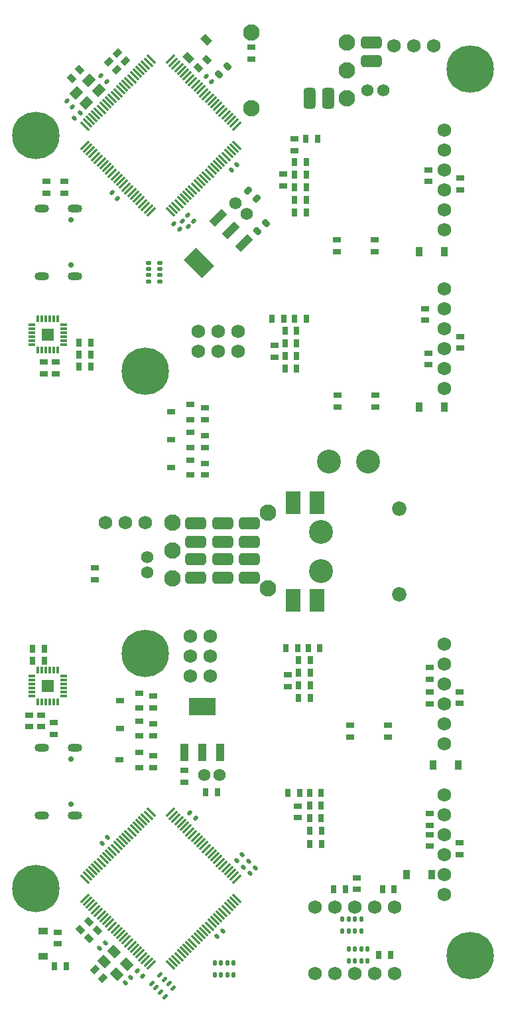
<source format=gbs>
G04*
G04 #@! TF.GenerationSoftware,Altium Limited,Altium Designer,21.8.1 (53)*
G04*
G04 Layer_Color=16711935*
%FSLAX44Y44*%
%MOMM*%
G71*
G04*
G04 #@! TF.SameCoordinates,C657CB42-8F9E-4DD2-80ED-FFB10F84DBA6*
G04*
G04*
G04 #@! TF.FilePolarity,Negative*
G04*
G01*
G75*
G04:AMPARAMS|DCode=39|XSize=0.45mm|YSize=0.75mm|CornerRadius=0.125mm|HoleSize=0mm|Usage=FLASHONLY|Rotation=90.000|XOffset=0mm|YOffset=0mm|HoleType=Round|Shape=RoundedRectangle|*
%AMROUNDEDRECTD39*
21,1,0.4500,0.5000,0,0,90.0*
21,1,0.2000,0.7500,0,0,90.0*
1,1,0.2500,0.2500,0.1000*
1,1,0.2500,0.2500,-0.1000*
1,1,0.2500,-0.2500,-0.1000*
1,1,0.2500,-0.2500,0.1000*
%
%ADD39ROUNDEDRECTD39*%
%ADD40R,0.7500X1.0500*%
G04:AMPARAMS|DCode=41|XSize=1.55mm|YSize=2.65mm|CornerRadius=0.4mm|HoleSize=0mm|Usage=FLASHONLY|Rotation=0.000|XOffset=0mm|YOffset=0mm|HoleType=Round|Shape=RoundedRectangle|*
%AMROUNDEDRECTD41*
21,1,1.5500,1.8500,0,0,0.0*
21,1,0.7500,2.6500,0,0,0.0*
1,1,0.8000,0.3750,-0.9250*
1,1,0.8000,-0.3750,-0.9250*
1,1,0.8000,-0.3750,0.9250*
1,1,0.8000,0.3750,0.9250*
%
%ADD41ROUNDEDRECTD41*%
G04:AMPARAMS|DCode=42|XSize=0.75mm|YSize=1.05mm|CornerRadius=0.2mm|HoleSize=0mm|Usage=FLASHONLY|Rotation=0.000|XOffset=0mm|YOffset=0mm|HoleType=Round|Shape=RoundedRectangle|*
%AMROUNDEDRECTD42*
21,1,0.7500,0.6500,0,0,0.0*
21,1,0.3500,1.0500,0,0,0.0*
1,1,0.4000,0.1750,-0.3250*
1,1,0.4000,-0.1750,-0.3250*
1,1,0.4000,-0.1750,0.3250*
1,1,0.4000,0.1750,0.3250*
%
%ADD42ROUNDEDRECTD42*%
G04:AMPARAMS|DCode=43|XSize=0.75mm|YSize=1.05mm|CornerRadius=0.2mm|HoleSize=0mm|Usage=FLASHONLY|Rotation=270.000|XOffset=0mm|YOffset=0mm|HoleType=Round|Shape=RoundedRectangle|*
%AMROUNDEDRECTD43*
21,1,0.7500,0.6500,0,0,270.0*
21,1,0.3500,1.0500,0,0,270.0*
1,1,0.4000,-0.3250,-0.1750*
1,1,0.4000,-0.3250,0.1750*
1,1,0.4000,0.3250,0.1750*
1,1,0.4000,0.3250,-0.1750*
%
%ADD43ROUNDEDRECTD43*%
%ADD48R,0.9500X1.2500*%
%ADD49R,1.2500X0.9500*%
%ADD50R,1.0500X0.7500*%
G04:AMPARAMS|DCode=52|XSize=0.45mm|YSize=0.75mm|CornerRadius=0.125mm|HoleSize=0mm|Usage=FLASHONLY|Rotation=180.000|XOffset=0mm|YOffset=0mm|HoleType=Round|Shape=RoundedRectangle|*
%AMROUNDEDRECTD52*
21,1,0.4500,0.5000,0,0,180.0*
21,1,0.2000,0.7500,0,0,180.0*
1,1,0.2500,-0.1000,0.2500*
1,1,0.2500,0.1000,0.2500*
1,1,0.2500,0.1000,-0.2500*
1,1,0.2500,-0.1000,-0.2500*
%
%ADD52ROUNDEDRECTD52*%
%ADD53C,1.7500*%
%ADD54C,1.8500*%
%ADD55C,3.0500*%
%ADD56O,1.8500X1.0500*%
%ADD57C,0.7000*%
%ADD58C,1.5740*%
%ADD59C,2.1000*%
%ADD60C,6.0500*%
G04:AMPARAMS|DCode=97|XSize=0.55mm|YSize=0.65mm|CornerRadius=0.15mm|HoleSize=0mm|Usage=FLASHONLY|Rotation=135.000|XOffset=0mm|YOffset=0mm|HoleType=Round|Shape=RoundedRectangle|*
%AMROUNDEDRECTD97*
21,1,0.5500,0.3500,0,0,135.0*
21,1,0.2500,0.6500,0,0,135.0*
1,1,0.3000,0.0354,0.2121*
1,1,0.3000,0.2121,0.0354*
1,1,0.3000,-0.0354,-0.2121*
1,1,0.3000,-0.2121,-0.0354*
%
%ADD97ROUNDEDRECTD97*%
G04:AMPARAMS|DCode=98|XSize=3.35mm|YSize=2.2mm|CornerRadius=0mm|HoleSize=0mm|Usage=FLASHONLY|Rotation=135.000|XOffset=0mm|YOffset=0mm|HoleType=Round|Shape=Rectangle|*
%AMROTATEDRECTD98*
4,1,4,1.9622,-0.4066,0.4066,-1.9622,-1.9622,0.4066,-0.4066,1.9622,1.9622,-0.4066,0.0*
%
%ADD98ROTATEDRECTD98*%

G04:AMPARAMS|DCode=99|XSize=1.05mm|YSize=2.2mm|CornerRadius=0mm|HoleSize=0mm|Usage=FLASHONLY|Rotation=135.000|XOffset=0mm|YOffset=0mm|HoleType=Round|Shape=Rectangle|*
%AMROTATEDRECTD99*
4,1,4,1.1490,0.4066,-0.4066,-1.1490,-1.1490,-0.4066,0.4066,1.1490,1.1490,0.4066,0.0*
%
%ADD99ROTATEDRECTD99*%

%ADD100R,1.8500X2.8500*%
G04:AMPARAMS|DCode=101|XSize=0.35mm|YSize=1.55mm|CornerRadius=0mm|HoleSize=0mm|Usage=FLASHONLY|Rotation=315.000|XOffset=0mm|YOffset=0mm|HoleType=Round|Shape=Round|*
%AMOVALD101*
21,1,1.2000,0.3500,0.0000,0.0000,45.0*
1,1,0.3500,-0.4243,-0.4243*
1,1,0.3500,0.4243,0.4243*
%
%ADD101OVALD101*%

G04:AMPARAMS|DCode=102|XSize=0.35mm|YSize=1.55mm|CornerRadius=0mm|HoleSize=0mm|Usage=FLASHONLY|Rotation=45.000|XOffset=0mm|YOffset=0mm|HoleType=Round|Shape=Round|*
%AMOVALD102*
21,1,1.2000,0.3500,0.0000,0.0000,135.0*
1,1,0.3500,0.4243,-0.4243*
1,1,0.3500,-0.4243,0.4243*
%
%ADD102OVALD102*%

G04:AMPARAMS|DCode=103|XSize=1.55mm|YSize=2.65mm|CornerRadius=0.4mm|HoleSize=0mm|Usage=FLASHONLY|Rotation=270.000|XOffset=0mm|YOffset=0mm|HoleType=Round|Shape=RoundedRectangle|*
%AMROUNDEDRECTD103*
21,1,1.5500,1.8500,0,0,270.0*
21,1,0.7500,2.6500,0,0,270.0*
1,1,0.8000,-0.9250,-0.3750*
1,1,0.8000,-0.9250,0.3750*
1,1,0.8000,0.9250,0.3750*
1,1,0.8000,0.9250,-0.3750*
%
%ADD103ROUNDEDRECTD103*%
G04:AMPARAMS|DCode=104|XSize=0.75mm|YSize=1.05mm|CornerRadius=0.2mm|HoleSize=0mm|Usage=FLASHONLY|Rotation=315.000|XOffset=0mm|YOffset=0mm|HoleType=Round|Shape=RoundedRectangle|*
%AMROUNDEDRECTD104*
21,1,0.7500,0.6500,0,0,315.0*
21,1,0.3500,1.0500,0,0,315.0*
1,1,0.4000,-0.1061,-0.3536*
1,1,0.4000,-0.3536,-0.1061*
1,1,0.4000,0.1061,0.3536*
1,1,0.4000,0.3536,0.1061*
%
%ADD104ROUNDEDRECTD104*%
G04:AMPARAMS|DCode=105|XSize=0.75mm|YSize=1.05mm|CornerRadius=0.2mm|HoleSize=0mm|Usage=FLASHONLY|Rotation=225.000|XOffset=0mm|YOffset=0mm|HoleType=Round|Shape=RoundedRectangle|*
%AMROUNDEDRECTD105*
21,1,0.7500,0.6500,0,0,225.0*
21,1,0.3500,1.0500,0,0,225.0*
1,1,0.4000,-0.3536,0.1061*
1,1,0.4000,-0.1061,0.3536*
1,1,0.4000,0.3536,-0.1061*
1,1,0.4000,0.1061,-0.3536*
%
%ADD105ROUNDEDRECTD105*%
G04:AMPARAMS|DCode=106|XSize=0.55mm|YSize=0.65mm|CornerRadius=0.15mm|HoleSize=0mm|Usage=FLASHONLY|Rotation=45.000|XOffset=0mm|YOffset=0mm|HoleType=Round|Shape=RoundedRectangle|*
%AMROUNDEDRECTD106*
21,1,0.5500,0.3500,0,0,45.0*
21,1,0.2500,0.6500,0,0,45.0*
1,1,0.3000,0.2121,-0.0354*
1,1,0.3000,0.0354,-0.2121*
1,1,0.3000,-0.2121,0.0354*
1,1,0.3000,-0.0354,0.2121*
%
%ADD106ROUNDEDRECTD106*%
G04:AMPARAMS|DCode=107|XSize=1.35mm|YSize=1.15mm|CornerRadius=0mm|HoleSize=0mm|Usage=FLASHONLY|Rotation=225.000|XOffset=0mm|YOffset=0mm|HoleType=Round|Shape=Rectangle|*
%AMROTATEDRECTD107*
4,1,4,0.0707,0.8839,0.8839,0.0707,-0.0707,-0.8839,-0.8839,-0.0707,0.0707,0.8839,0.0*
%
%ADD107ROTATEDRECTD107*%

G04:AMPARAMS|DCode=108|XSize=1.35mm|YSize=1.15mm|CornerRadius=0mm|HoleSize=0mm|Usage=FLASHONLY|Rotation=135.000|XOffset=0mm|YOffset=0mm|HoleType=Round|Shape=Rectangle|*
%AMROTATEDRECTD108*
4,1,4,0.8839,-0.0707,0.0707,-0.8839,-0.8839,0.0707,-0.0707,0.8839,0.8839,-0.0707,0.0*
%
%ADD108ROTATEDRECTD108*%

%ADD109R,1.0000X0.7000*%
G04:AMPARAMS|DCode=110|XSize=0.95mm|YSize=1.25mm|CornerRadius=0mm|HoleSize=0mm|Usage=FLASHONLY|Rotation=225.000|XOffset=0mm|YOffset=0mm|HoleType=Round|Shape=Rectangle|*
%AMROTATEDRECTD110*
4,1,4,-0.1061,0.7778,0.7778,-0.1061,0.1061,-0.7778,-0.7778,0.1061,-0.1061,0.7778,0.0*
%
%ADD110ROTATEDRECTD110*%

G04:AMPARAMS|DCode=111|XSize=0.45mm|YSize=0.75mm|CornerRadius=0.125mm|HoleSize=0mm|Usage=FLASHONLY|Rotation=135.000|XOffset=0mm|YOffset=0mm|HoleType=Round|Shape=RoundedRectangle|*
%AMROUNDEDRECTD111*
21,1,0.4500,0.5000,0,0,135.0*
21,1,0.2000,0.7500,0,0,135.0*
1,1,0.2500,0.1061,0.2475*
1,1,0.2500,0.2475,0.1061*
1,1,0.2500,-0.1061,-0.2475*
1,1,0.2500,-0.2475,-0.1061*
%
%ADD111ROUNDEDRECTD111*%
G04:AMPARAMS|DCode=112|XSize=0.75mm|YSize=1.05mm|CornerRadius=0mm|HoleSize=0mm|Usage=FLASHONLY|Rotation=315.000|XOffset=0mm|YOffset=0mm|HoleType=Round|Shape=Rectangle|*
%AMROTATEDRECTD112*
4,1,4,-0.6364,-0.1061,0.1061,0.6364,0.6364,0.1061,-0.1061,-0.6364,-0.6364,-0.1061,0.0*
%
%ADD112ROTATEDRECTD112*%

G04:AMPARAMS|DCode=113|XSize=0.75mm|YSize=1.05mm|CornerRadius=0mm|HoleSize=0mm|Usage=FLASHONLY|Rotation=225.000|XOffset=0mm|YOffset=0mm|HoleType=Round|Shape=Rectangle|*
%AMROTATEDRECTD113*
4,1,4,-0.1061,0.6364,0.6364,-0.1061,0.1061,-0.6364,-0.6364,0.1061,-0.1061,0.6364,0.0*
%
%ADD113ROTATEDRECTD113*%

%ADD114R,1.0500X2.2000*%
%ADD115R,3.3500X2.2000*%
%ADD116R,0.8500X0.3500*%
%ADD117R,0.3500X0.8500*%
%ADD118R,1.5500X1.5500*%
%ADD119R,1.5500X1.5500*%
D39*
X199000Y924125D02*
D03*
Y932125D02*
D03*
Y940125D02*
D03*
Y948125D02*
D03*
X184000Y924125D02*
D03*
Y932125D02*
D03*
Y940125D02*
D03*
Y948125D02*
D03*
D40*
X420750Y149000D02*
D03*
X435750D02*
D03*
X478250Y65500D02*
D03*
X493250D02*
D03*
X405000Y207000D02*
D03*
X390000D02*
D03*
X373500Y813000D02*
D03*
X358500D02*
D03*
X483000Y149000D02*
D03*
X498000D02*
D03*
X389750Y240000D02*
D03*
X404750D02*
D03*
X358500Y845000D02*
D03*
X373500D02*
D03*
X404750Y256000D02*
D03*
X389750D02*
D03*
X404750Y272000D02*
D03*
X389750D02*
D03*
X373500Y861000D02*
D03*
X358500D02*
D03*
X385500Y877000D02*
D03*
X370500D02*
D03*
X390000Y223500D02*
D03*
X405000D02*
D03*
X358500Y829000D02*
D03*
X373500D02*
D03*
X362250Y272000D02*
D03*
X377250D02*
D03*
X342000Y877000D02*
D03*
X357000D02*
D03*
X360000Y457000D02*
D03*
X375000D02*
D03*
X376000Y409000D02*
D03*
X391000D02*
D03*
X371000Y1028000D02*
D03*
X386000D02*
D03*
X376000Y441000D02*
D03*
X391000D02*
D03*
X388000Y457000D02*
D03*
X403000D02*
D03*
X371000Y1060000D02*
D03*
X386000D02*
D03*
X371000Y1076000D02*
D03*
X386000D02*
D03*
X376000Y393000D02*
D03*
X391000D02*
D03*
X386000Y1012000D02*
D03*
X371000D02*
D03*
X386000Y1044000D02*
D03*
X371000D02*
D03*
X391000Y425000D02*
D03*
X376000D02*
D03*
X400250Y1106000D02*
D03*
X385250D02*
D03*
D41*
X390000Y1157750D02*
D03*
X414000D02*
D03*
D42*
X257343Y272650D02*
D03*
X272343D02*
D03*
X95750Y815250D02*
D03*
X110750D02*
D03*
X95750Y830750D02*
D03*
X110750D02*
D03*
X95750Y846250D02*
D03*
X110750D02*
D03*
X36250Y455750D02*
D03*
X51250D02*
D03*
X36250Y440250D02*
D03*
X51250D02*
D03*
X64000Y51000D02*
D03*
X79000D02*
D03*
D43*
X230093Y300650D02*
D03*
Y285650D02*
D03*
X65750Y821250D02*
D03*
Y806250D02*
D03*
X50250Y821250D02*
D03*
Y806250D02*
D03*
X76750Y1052000D02*
D03*
Y1037000D02*
D03*
X47250Y371500D02*
D03*
Y356500D02*
D03*
X31750Y371500D02*
D03*
Y356500D02*
D03*
X63250Y361500D02*
D03*
Y346500D02*
D03*
D48*
X545750Y168164D02*
D03*
X513750D02*
D03*
X562214Y764250D02*
D03*
X530214D02*
D03*
X579750Y308000D02*
D03*
X547750D02*
D03*
X562214Y962250D02*
D03*
X530214D02*
D03*
D49*
X50000Y64000D02*
D03*
Y96000D02*
D03*
D50*
X543250Y218964D02*
D03*
Y203964D02*
D03*
X541250Y1051563D02*
D03*
Y1066563D02*
D03*
X543250Y385750D02*
D03*
Y400750D02*
D03*
X541250Y833000D02*
D03*
Y818000D02*
D03*
X316000Y1222500D02*
D03*
Y1207500D02*
D03*
X581500Y193563D02*
D03*
Y208563D02*
D03*
X582000Y839000D02*
D03*
Y854000D02*
D03*
X581500Y401000D02*
D03*
Y386000D02*
D03*
X582000Y1056000D02*
D03*
Y1041000D02*
D03*
X115750Y558750D02*
D03*
Y543750D02*
D03*
X256750Y763250D02*
D03*
Y748250D02*
D03*
Y727750D02*
D03*
Y712750D02*
D03*
X190250Y395300D02*
D03*
Y380300D02*
D03*
X256750Y692250D02*
D03*
Y677250D02*
D03*
X190250Y359750D02*
D03*
Y344750D02*
D03*
X190000Y319550D02*
D03*
Y304550D02*
D03*
X543250Y231000D02*
D03*
Y246000D02*
D03*
X537750Y874564D02*
D03*
Y889564D02*
D03*
X474000Y764250D02*
D03*
Y779250D02*
D03*
X450000Y164000D02*
D03*
Y149000D02*
D03*
X426000Y779250D02*
D03*
Y764250D02*
D03*
X375250Y240500D02*
D03*
Y255500D02*
D03*
X345000Y827500D02*
D03*
Y842500D02*
D03*
X371000Y1106000D02*
D03*
Y1091000D02*
D03*
X362250Y407500D02*
D03*
Y422500D02*
D03*
X356000Y1046000D02*
D03*
Y1061000D02*
D03*
X442000Y343250D02*
D03*
Y358250D02*
D03*
X425000Y962250D02*
D03*
Y977250D02*
D03*
X473000Y977250D02*
D03*
Y962250D02*
D03*
X490000Y358250D02*
D03*
Y343250D02*
D03*
X543250Y432000D02*
D03*
Y417000D02*
D03*
X54250Y1052000D02*
D03*
Y1037000D02*
D03*
X68000Y94500D02*
D03*
Y79500D02*
D03*
D52*
X432000Y96000D02*
D03*
X440000D02*
D03*
X448000D02*
D03*
X456000D02*
D03*
X432000Y111000D02*
D03*
X440000D02*
D03*
X448000D02*
D03*
X456000D02*
D03*
X464000Y73000D02*
D03*
X456000D02*
D03*
X448000D02*
D03*
X440000D02*
D03*
X464000Y58000D02*
D03*
X456000D02*
D03*
X448000D02*
D03*
X440000D02*
D03*
X269000Y40000D02*
D03*
X277000D02*
D03*
X285000D02*
D03*
X293000D02*
D03*
X269000Y55000D02*
D03*
X277000D02*
D03*
X285000D02*
D03*
X293000D02*
D03*
D53*
X562214Y142764D02*
D03*
Y168164D02*
D03*
Y218964D02*
D03*
Y193563D02*
D03*
Y244363D02*
D03*
Y269764D02*
D03*
Y787963D02*
D03*
Y813363D02*
D03*
Y864164D02*
D03*
Y838764D02*
D03*
Y889564D02*
D03*
Y914964D02*
D03*
Y335163D02*
D03*
Y360564D02*
D03*
Y411363D02*
D03*
Y385964D02*
D03*
Y436763D02*
D03*
Y462164D02*
D03*
Y990363D02*
D03*
Y1015763D02*
D03*
Y1066563D02*
D03*
Y1041163D02*
D03*
Y1091964D02*
D03*
Y1117364D02*
D03*
X180000Y617000D02*
D03*
X154600D02*
D03*
X129200D02*
D03*
X497600Y1225000D02*
D03*
X523000D02*
D03*
X548400D02*
D03*
X397200Y126800D02*
D03*
X448000D02*
D03*
X422600D02*
D03*
X473400D02*
D03*
X498800D02*
D03*
X498600Y42000D02*
D03*
X447800D02*
D03*
X473200D02*
D03*
X422400D02*
D03*
X397000D02*
D03*
X298550Y860650D02*
D03*
Y835250D02*
D03*
X247750D02*
D03*
X273150Y860650D02*
D03*
Y835250D02*
D03*
X247750Y860650D02*
D03*
X237750Y471900D02*
D03*
X263150D02*
D03*
Y421100D02*
D03*
X237750Y446500D02*
D03*
X263150D02*
D03*
X237750Y421100D02*
D03*
D54*
X504213Y634864D02*
D03*
Y524864D02*
D03*
D55*
X404213Y554864D02*
D03*
Y604864D02*
D03*
X414250Y694250D02*
D03*
X464250D02*
D03*
D56*
X48250Y1017250D02*
D03*
X90050D02*
D03*
X48250Y930850D02*
D03*
X90050D02*
D03*
X48250Y329400D02*
D03*
X90050D02*
D03*
X48250Y243000D02*
D03*
X90050D02*
D03*
D57*
X85050Y1002950D02*
D03*
Y945150D02*
D03*
Y315100D02*
D03*
Y257300D02*
D03*
D58*
X275250Y295000D02*
D03*
X255250D02*
D03*
X183000Y573000D02*
D03*
Y553000D02*
D03*
X464000Y1168000D02*
D03*
X484000D02*
D03*
X295358Y1024142D02*
D03*
X309500Y1010000D02*
D03*
D59*
X336900Y532850D02*
D03*
X215000Y545400D02*
D03*
Y581000D02*
D03*
Y616600D02*
D03*
X336900Y629350D02*
D03*
X316000Y1241500D02*
D03*
X437900Y1228950D02*
D03*
Y1193350D02*
D03*
Y1157750D02*
D03*
X316000Y1145000D02*
D03*
D60*
X595214Y1195213D02*
D03*
Y64914D02*
D03*
X40363Y1110063D02*
D03*
X180364Y810063D02*
D03*
X180365Y450061D02*
D03*
X40363Y150063D02*
D03*
D97*
X241821Y1001429D02*
D03*
X234750Y1008500D02*
D03*
X234821Y994179D02*
D03*
X227750Y1001250D02*
D03*
X223821Y990929D02*
D03*
X216750Y998000D02*
D03*
X145000Y1030000D02*
D03*
X137929Y1037071D02*
D03*
X130750Y1179000D02*
D03*
X123679Y1186071D02*
D03*
X80000Y1154000D02*
D03*
X87071Y1146929D02*
D03*
X258000Y1186000D02*
D03*
X265071Y1178929D02*
D03*
X237036Y247107D02*
D03*
X244107Y240036D02*
D03*
X169679Y45071D02*
D03*
X176750Y38000D02*
D03*
D98*
X248384Y947634D02*
D03*
D99*
X306014Y972737D02*
D03*
X289750Y989000D02*
D03*
X273487Y1005264D02*
D03*
D100*
X369250Y518000D02*
D03*
X399250D02*
D03*
Y642000D02*
D03*
X369250D02*
D03*
D101*
X268943Y1150719D02*
D03*
X265407Y1154254D02*
D03*
X276014Y1143648D02*
D03*
X272478Y1147183D02*
D03*
X261872Y1157790D02*
D03*
X297227Y1122434D02*
D03*
X293692Y1125970D02*
D03*
X283085Y1136577D02*
D03*
X279550Y1140112D02*
D03*
X290156Y1129505D02*
D03*
X286621Y1133041D02*
D03*
X230052Y1189610D02*
D03*
X226516Y1193145D02*
D03*
X237123Y1182539D02*
D03*
X233588Y1186074D02*
D03*
X215910Y1203752D02*
D03*
X212374Y1207287D02*
D03*
X222981Y1196681D02*
D03*
X219445Y1200216D02*
D03*
X251265Y1168396D02*
D03*
X247730Y1171932D02*
D03*
X258336Y1161325D02*
D03*
X254801Y1164861D02*
D03*
X244194Y1175467D02*
D03*
X240659Y1179003D02*
D03*
X106308Y1094150D02*
D03*
X102773Y1097686D02*
D03*
X166412Y1034046D02*
D03*
X162877Y1037582D02*
D03*
X169948Y1030510D02*
D03*
X187626Y1012833D02*
D03*
X177019Y1023439D02*
D03*
X173484Y1026975D02*
D03*
X184090Y1016368D02*
D03*
X180555Y1019904D02*
D03*
X127522Y1072937D02*
D03*
X123986Y1076472D02*
D03*
X134593Y1065866D02*
D03*
X131057Y1069401D02*
D03*
X113379Y1087079D02*
D03*
X109844Y1090615D02*
D03*
X120450Y1080008D02*
D03*
X116915Y1083543D02*
D03*
X152270Y1048188D02*
D03*
X148735Y1051724D02*
D03*
X159341Y1041117D02*
D03*
X155806Y1044653D02*
D03*
X141664Y1058795D02*
D03*
X138128Y1062330D02*
D03*
X145199Y1055259D02*
D03*
X187626Y52773D02*
D03*
X184090Y56308D02*
D03*
X180555Y59844D02*
D03*
X177019Y63379D02*
D03*
X173484Y66915D02*
D03*
X169948Y70451D02*
D03*
X166412Y73986D02*
D03*
X162877Y77522D02*
D03*
X159341Y81057D02*
D03*
X155806Y84593D02*
D03*
X152270Y88128D02*
D03*
X148735Y91664D02*
D03*
X145199Y95199D02*
D03*
X141664Y98735D02*
D03*
X138128Y102270D02*
D03*
X134593Y105806D02*
D03*
X131057Y109341D02*
D03*
X127522Y112877D02*
D03*
X123986Y116412D02*
D03*
X120450Y119948D02*
D03*
X116915Y123483D02*
D03*
X113379Y127019D02*
D03*
X109844Y130555D02*
D03*
X106308Y134090D02*
D03*
X102773Y137626D02*
D03*
X212374Y247227D02*
D03*
X215910Y243692D02*
D03*
X219445Y240156D02*
D03*
X222981Y236621D02*
D03*
X226516Y233085D02*
D03*
X230052Y229550D02*
D03*
X233588Y226014D02*
D03*
X237123Y222478D02*
D03*
X240659Y218943D02*
D03*
X244194Y215407D02*
D03*
X247730Y211872D02*
D03*
X251265Y208336D02*
D03*
X254801Y204801D02*
D03*
X258336Y201265D02*
D03*
X261872Y197730D02*
D03*
X265407Y194194D02*
D03*
X268943Y190659D02*
D03*
X272478Y187123D02*
D03*
X276014Y183588D02*
D03*
X279550Y180052D02*
D03*
X283085Y176516D02*
D03*
X286621Y172981D02*
D03*
X290156Y169445D02*
D03*
X293692Y165910D02*
D03*
X297227Y162374D02*
D03*
D102*
Y1097686D02*
D03*
X293692Y1094150D02*
D03*
X290156Y1090615D02*
D03*
X286621Y1087079D02*
D03*
X283085Y1083543D02*
D03*
X279550Y1080008D02*
D03*
X276014Y1076472D02*
D03*
X272478Y1072937D02*
D03*
X268943Y1069401D02*
D03*
X265407Y1065866D02*
D03*
X261872Y1062330D02*
D03*
X258336Y1058795D02*
D03*
X254801Y1055259D02*
D03*
X251265Y1051724D02*
D03*
X247730Y1048188D02*
D03*
X244194Y1044653D02*
D03*
X240659Y1041117D02*
D03*
X237123Y1037582D02*
D03*
X233588Y1034046D02*
D03*
X230052Y1030510D02*
D03*
X226516Y1026975D02*
D03*
X222981Y1023439D02*
D03*
X219445Y1019904D02*
D03*
X215910Y1016368D02*
D03*
X212374Y1012833D02*
D03*
X187626Y1207287D02*
D03*
X184090Y1203752D02*
D03*
X180555Y1200216D02*
D03*
X177019Y1196681D02*
D03*
X173484Y1193145D02*
D03*
X169948Y1189610D02*
D03*
X166412Y1186074D02*
D03*
X162877Y1182539D02*
D03*
X159341Y1179003D02*
D03*
X155806Y1175467D02*
D03*
X152270Y1171932D02*
D03*
X148735Y1168396D02*
D03*
X145199Y1164861D02*
D03*
X141664Y1161325D02*
D03*
X138128Y1157790D02*
D03*
X134593Y1154254D02*
D03*
X131057Y1150719D02*
D03*
X127522Y1147183D02*
D03*
X123986Y1143648D02*
D03*
X120450Y1140112D02*
D03*
X116915Y1136577D02*
D03*
X113379Y1133041D02*
D03*
X109844Y1129505D02*
D03*
X106308Y1125970D02*
D03*
X102773Y1122434D02*
D03*
X297227Y137626D02*
D03*
X293692Y134090D02*
D03*
X290156Y130555D02*
D03*
X286621Y127019D02*
D03*
X283085Y123483D02*
D03*
X279550Y119948D02*
D03*
X276014Y116412D02*
D03*
X272478Y112877D02*
D03*
X268943Y109341D02*
D03*
X265407Y105806D02*
D03*
X261872Y102270D02*
D03*
X258336Y98735D02*
D03*
X254801Y95199D02*
D03*
X251265Y91664D02*
D03*
X247730Y88128D02*
D03*
X244194Y84593D02*
D03*
X240659Y81057D02*
D03*
X237123Y77522D02*
D03*
X233588Y73986D02*
D03*
X230052Y70451D02*
D03*
X226516Y66915D02*
D03*
X222981Y63379D02*
D03*
X219445Y59844D02*
D03*
X215910Y56308D02*
D03*
X212374Y52773D02*
D03*
X102773Y162374D02*
D03*
X106308Y165910D02*
D03*
X109844Y169445D02*
D03*
X113379Y172981D02*
D03*
X116915Y176516D02*
D03*
X120450Y180052D02*
D03*
X123986Y183588D02*
D03*
X127522Y187123D02*
D03*
X131057Y190659D02*
D03*
X134593Y194194D02*
D03*
X138128Y197730D02*
D03*
X141664Y201265D02*
D03*
X145199Y204801D02*
D03*
X148735Y208336D02*
D03*
X152270Y211872D02*
D03*
X155806Y215407D02*
D03*
X159341Y218943D02*
D03*
X162877Y222478D02*
D03*
X166412Y226014D02*
D03*
X169948Y229550D02*
D03*
X173484Y233085D02*
D03*
X177019Y236621D02*
D03*
X180555Y240156D02*
D03*
X184090Y243692D02*
D03*
X187626Y247227D02*
D03*
D103*
X244750Y570000D02*
D03*
Y546000D02*
D03*
X279000Y570000D02*
D03*
Y546000D02*
D03*
X469000Y1204950D02*
D03*
Y1228950D02*
D03*
X313250Y570000D02*
D03*
Y546000D02*
D03*
X244750Y592000D02*
D03*
Y616000D02*
D03*
X279000Y592000D02*
D03*
Y616000D02*
D03*
X313250Y592000D02*
D03*
Y616000D02*
D03*
D104*
X322303Y1029697D02*
D03*
X311697Y1040303D02*
D03*
D105*
X323447Y988197D02*
D03*
X334053Y998803D02*
D03*
X284749Y1198607D02*
D03*
X274142Y1188000D02*
D03*
D106*
X297071Y1073071D02*
D03*
X290000Y1066000D02*
D03*
X96750Y1139250D02*
D03*
X89679Y1132179D02*
D03*
X305500Y177500D02*
D03*
X312571Y184571D02*
D03*
X297000Y186000D02*
D03*
X304071Y193071D02*
D03*
X122070Y73787D02*
D03*
X129141Y80859D02*
D03*
X161821Y37071D02*
D03*
X154750Y30000D02*
D03*
X124929Y207929D02*
D03*
X132000Y215000D02*
D03*
X279071Y96071D02*
D03*
X272000Y89000D02*
D03*
X313750Y169750D02*
D03*
X320821Y176821D02*
D03*
D107*
X121000Y1168000D02*
D03*
X108272Y1180728D02*
D03*
X92009Y1164464D02*
D03*
X104737Y1151737D02*
D03*
D108*
X143536Y41009D02*
D03*
X156264Y53737D02*
D03*
X140000Y70000D02*
D03*
X127272Y57272D02*
D03*
D109*
X212900Y757750D02*
D03*
X237600Y748250D02*
D03*
Y767250D02*
D03*
X212900Y722250D02*
D03*
X237600Y712750D02*
D03*
Y731750D02*
D03*
X147650Y389800D02*
D03*
X172350Y380300D02*
D03*
Y399300D02*
D03*
X212900Y686750D02*
D03*
X237600Y677250D02*
D03*
Y696250D02*
D03*
X147650Y354300D02*
D03*
X172350Y344800D02*
D03*
Y363800D02*
D03*
X147400Y314050D02*
D03*
X172100Y304550D02*
D03*
Y323550D02*
D03*
D110*
X257789Y1231860D02*
D03*
X235161Y1209232D02*
D03*
D111*
X188393Y29393D02*
D03*
X194050Y23736D02*
D03*
X199707Y18079D02*
D03*
X205364Y12422D02*
D03*
X199000Y40000D02*
D03*
X204657Y34343D02*
D03*
X210314Y28686D02*
D03*
X215971Y23029D02*
D03*
D112*
X144000Y1194000D02*
D03*
X133393Y1204607D02*
D03*
X155000Y1205000D02*
D03*
X144393Y1215607D02*
D03*
X126000Y36044D02*
D03*
X115393Y46651D02*
D03*
D113*
X248161Y1196232D02*
D03*
X258768Y1206839D02*
D03*
X85947Y1183447D02*
D03*
X96553Y1194053D02*
D03*
X97393Y97393D02*
D03*
X108000Y108000D02*
D03*
X108393Y86393D02*
D03*
X119000Y97000D02*
D03*
D114*
X276093Y323400D02*
D03*
X253093D02*
D03*
X230093D02*
D03*
D115*
X253093Y381900D02*
D03*
D116*
X75750Y869000D02*
D03*
Y864000D02*
D03*
Y859000D02*
D03*
Y854000D02*
D03*
Y849000D02*
D03*
Y844000D02*
D03*
X35750D02*
D03*
Y849000D02*
D03*
Y854000D02*
D03*
Y859000D02*
D03*
Y864000D02*
D03*
Y869000D02*
D03*
Y396000D02*
D03*
Y401000D02*
D03*
Y406000D02*
D03*
Y411000D02*
D03*
Y416000D02*
D03*
Y421000D02*
D03*
X75750D02*
D03*
Y416000D02*
D03*
Y411000D02*
D03*
Y406000D02*
D03*
Y401000D02*
D03*
Y396000D02*
D03*
D117*
X68250Y836500D02*
D03*
X63250D02*
D03*
X58250D02*
D03*
X53250D02*
D03*
X48250D02*
D03*
X43250D02*
D03*
Y876500D02*
D03*
X48250D02*
D03*
X53250D02*
D03*
X58250D02*
D03*
X63250D02*
D03*
X68250D02*
D03*
Y388500D02*
D03*
X63250D02*
D03*
X58250D02*
D03*
X53250D02*
D03*
X48250D02*
D03*
X43250D02*
D03*
Y428500D02*
D03*
X48250D02*
D03*
X53250D02*
D03*
X58250D02*
D03*
X63250D02*
D03*
X68250D02*
D03*
D118*
X55750Y856500D02*
D03*
D119*
Y408500D02*
D03*
M02*

</source>
